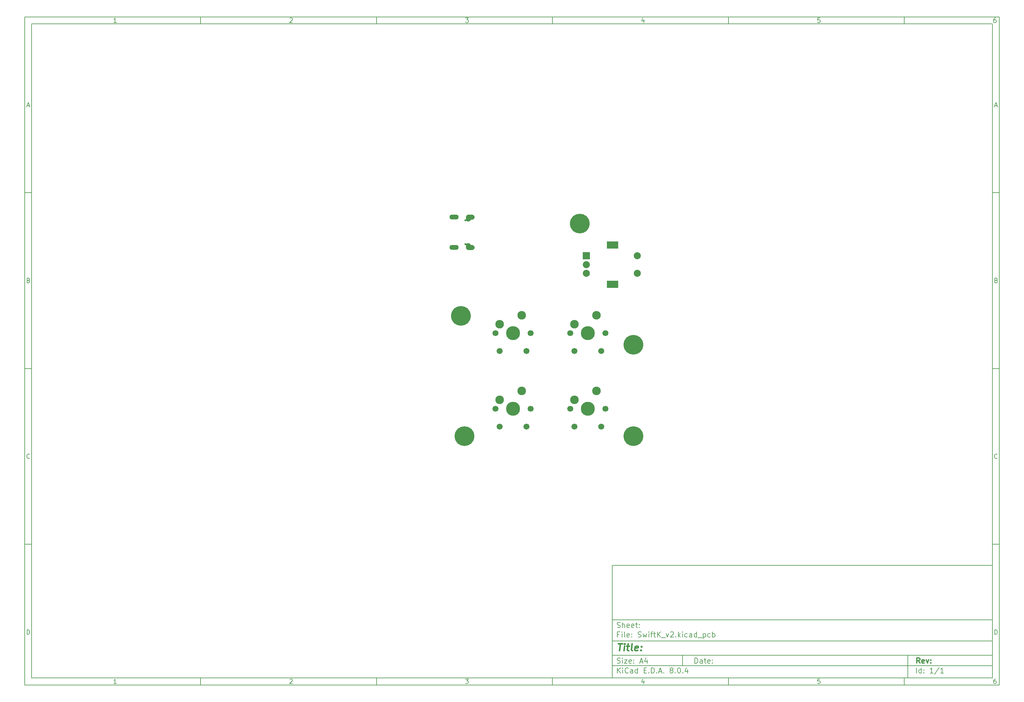
<source format=gbr>
%TF.GenerationSoftware,KiCad,Pcbnew,8.0.4*%
%TF.CreationDate,2024-11-11T17:23:57+08:00*%
%TF.ProjectId,SwiftK_v2,53776966-744b-45f7-9632-2e6b69636164,rev?*%
%TF.SameCoordinates,Original*%
%TF.FileFunction,Soldermask,Bot*%
%TF.FilePolarity,Negative*%
%FSLAX46Y46*%
G04 Gerber Fmt 4.6, Leading zero omitted, Abs format (unit mm)*
G04 Created by KiCad (PCBNEW 8.0.4) date 2024-11-11 17:23:57*
%MOMM*%
%LPD*%
G01*
G04 APERTURE LIST*
%ADD10C,0.100000*%
%ADD11C,0.150000*%
%ADD12C,0.300000*%
%ADD13C,0.400000*%
%ADD14C,0.010000*%
%ADD15C,1.700000*%
%ADD16C,3.987800*%
%ADD17C,1.712000*%
%ADD18C,2.454000*%
%ADD19C,5.600000*%
%ADD20R,2.000000X2.000000*%
%ADD21C,2.000000*%
%ADD22R,3.200000X2.000000*%
%ADD23C,0.550000*%
%ADD24O,2.644000X1.344000*%
G04 APERTURE END LIST*
D10*
D11*
X177002200Y-166007200D02*
X285002200Y-166007200D01*
X285002200Y-198007200D01*
X177002200Y-198007200D01*
X177002200Y-166007200D01*
D10*
D11*
X10000000Y-10000000D02*
X287002200Y-10000000D01*
X287002200Y-200007200D01*
X10000000Y-200007200D01*
X10000000Y-10000000D01*
D10*
D11*
X12000000Y-12000000D02*
X285002200Y-12000000D01*
X285002200Y-198007200D01*
X12000000Y-198007200D01*
X12000000Y-12000000D01*
D10*
D11*
X60000000Y-12000000D02*
X60000000Y-10000000D01*
D10*
D11*
X110000000Y-12000000D02*
X110000000Y-10000000D01*
D10*
D11*
X160000000Y-12000000D02*
X160000000Y-10000000D01*
D10*
D11*
X210000000Y-12000000D02*
X210000000Y-10000000D01*
D10*
D11*
X260000000Y-12000000D02*
X260000000Y-10000000D01*
D10*
D11*
X36089160Y-11593604D02*
X35346303Y-11593604D01*
X35717731Y-11593604D02*
X35717731Y-10293604D01*
X35717731Y-10293604D02*
X35593922Y-10479319D01*
X35593922Y-10479319D02*
X35470112Y-10603128D01*
X35470112Y-10603128D02*
X35346303Y-10665033D01*
D10*
D11*
X85346303Y-10417414D02*
X85408207Y-10355509D01*
X85408207Y-10355509D02*
X85532017Y-10293604D01*
X85532017Y-10293604D02*
X85841541Y-10293604D01*
X85841541Y-10293604D02*
X85965350Y-10355509D01*
X85965350Y-10355509D02*
X86027255Y-10417414D01*
X86027255Y-10417414D02*
X86089160Y-10541223D01*
X86089160Y-10541223D02*
X86089160Y-10665033D01*
X86089160Y-10665033D02*
X86027255Y-10850747D01*
X86027255Y-10850747D02*
X85284398Y-11593604D01*
X85284398Y-11593604D02*
X86089160Y-11593604D01*
D10*
D11*
X135284398Y-10293604D02*
X136089160Y-10293604D01*
X136089160Y-10293604D02*
X135655826Y-10788842D01*
X135655826Y-10788842D02*
X135841541Y-10788842D01*
X135841541Y-10788842D02*
X135965350Y-10850747D01*
X135965350Y-10850747D02*
X136027255Y-10912652D01*
X136027255Y-10912652D02*
X136089160Y-11036461D01*
X136089160Y-11036461D02*
X136089160Y-11345985D01*
X136089160Y-11345985D02*
X136027255Y-11469795D01*
X136027255Y-11469795D02*
X135965350Y-11531700D01*
X135965350Y-11531700D02*
X135841541Y-11593604D01*
X135841541Y-11593604D02*
X135470112Y-11593604D01*
X135470112Y-11593604D02*
X135346303Y-11531700D01*
X135346303Y-11531700D02*
X135284398Y-11469795D01*
D10*
D11*
X185965350Y-10726938D02*
X185965350Y-11593604D01*
X185655826Y-10231700D02*
X185346303Y-11160271D01*
X185346303Y-11160271D02*
X186151064Y-11160271D01*
D10*
D11*
X236027255Y-10293604D02*
X235408207Y-10293604D01*
X235408207Y-10293604D02*
X235346303Y-10912652D01*
X235346303Y-10912652D02*
X235408207Y-10850747D01*
X235408207Y-10850747D02*
X235532017Y-10788842D01*
X235532017Y-10788842D02*
X235841541Y-10788842D01*
X235841541Y-10788842D02*
X235965350Y-10850747D01*
X235965350Y-10850747D02*
X236027255Y-10912652D01*
X236027255Y-10912652D02*
X236089160Y-11036461D01*
X236089160Y-11036461D02*
X236089160Y-11345985D01*
X236089160Y-11345985D02*
X236027255Y-11469795D01*
X236027255Y-11469795D02*
X235965350Y-11531700D01*
X235965350Y-11531700D02*
X235841541Y-11593604D01*
X235841541Y-11593604D02*
X235532017Y-11593604D01*
X235532017Y-11593604D02*
X235408207Y-11531700D01*
X235408207Y-11531700D02*
X235346303Y-11469795D01*
D10*
D11*
X285965350Y-10293604D02*
X285717731Y-10293604D01*
X285717731Y-10293604D02*
X285593922Y-10355509D01*
X285593922Y-10355509D02*
X285532017Y-10417414D01*
X285532017Y-10417414D02*
X285408207Y-10603128D01*
X285408207Y-10603128D02*
X285346303Y-10850747D01*
X285346303Y-10850747D02*
X285346303Y-11345985D01*
X285346303Y-11345985D02*
X285408207Y-11469795D01*
X285408207Y-11469795D02*
X285470112Y-11531700D01*
X285470112Y-11531700D02*
X285593922Y-11593604D01*
X285593922Y-11593604D02*
X285841541Y-11593604D01*
X285841541Y-11593604D02*
X285965350Y-11531700D01*
X285965350Y-11531700D02*
X286027255Y-11469795D01*
X286027255Y-11469795D02*
X286089160Y-11345985D01*
X286089160Y-11345985D02*
X286089160Y-11036461D01*
X286089160Y-11036461D02*
X286027255Y-10912652D01*
X286027255Y-10912652D02*
X285965350Y-10850747D01*
X285965350Y-10850747D02*
X285841541Y-10788842D01*
X285841541Y-10788842D02*
X285593922Y-10788842D01*
X285593922Y-10788842D02*
X285470112Y-10850747D01*
X285470112Y-10850747D02*
X285408207Y-10912652D01*
X285408207Y-10912652D02*
X285346303Y-11036461D01*
D10*
D11*
X60000000Y-198007200D02*
X60000000Y-200007200D01*
D10*
D11*
X110000000Y-198007200D02*
X110000000Y-200007200D01*
D10*
D11*
X160000000Y-198007200D02*
X160000000Y-200007200D01*
D10*
D11*
X210000000Y-198007200D02*
X210000000Y-200007200D01*
D10*
D11*
X260000000Y-198007200D02*
X260000000Y-200007200D01*
D10*
D11*
X36089160Y-199600804D02*
X35346303Y-199600804D01*
X35717731Y-199600804D02*
X35717731Y-198300804D01*
X35717731Y-198300804D02*
X35593922Y-198486519D01*
X35593922Y-198486519D02*
X35470112Y-198610328D01*
X35470112Y-198610328D02*
X35346303Y-198672233D01*
D10*
D11*
X85346303Y-198424614D02*
X85408207Y-198362709D01*
X85408207Y-198362709D02*
X85532017Y-198300804D01*
X85532017Y-198300804D02*
X85841541Y-198300804D01*
X85841541Y-198300804D02*
X85965350Y-198362709D01*
X85965350Y-198362709D02*
X86027255Y-198424614D01*
X86027255Y-198424614D02*
X86089160Y-198548423D01*
X86089160Y-198548423D02*
X86089160Y-198672233D01*
X86089160Y-198672233D02*
X86027255Y-198857947D01*
X86027255Y-198857947D02*
X85284398Y-199600804D01*
X85284398Y-199600804D02*
X86089160Y-199600804D01*
D10*
D11*
X135284398Y-198300804D02*
X136089160Y-198300804D01*
X136089160Y-198300804D02*
X135655826Y-198796042D01*
X135655826Y-198796042D02*
X135841541Y-198796042D01*
X135841541Y-198796042D02*
X135965350Y-198857947D01*
X135965350Y-198857947D02*
X136027255Y-198919852D01*
X136027255Y-198919852D02*
X136089160Y-199043661D01*
X136089160Y-199043661D02*
X136089160Y-199353185D01*
X136089160Y-199353185D02*
X136027255Y-199476995D01*
X136027255Y-199476995D02*
X135965350Y-199538900D01*
X135965350Y-199538900D02*
X135841541Y-199600804D01*
X135841541Y-199600804D02*
X135470112Y-199600804D01*
X135470112Y-199600804D02*
X135346303Y-199538900D01*
X135346303Y-199538900D02*
X135284398Y-199476995D01*
D10*
D11*
X185965350Y-198734138D02*
X185965350Y-199600804D01*
X185655826Y-198238900D02*
X185346303Y-199167471D01*
X185346303Y-199167471D02*
X186151064Y-199167471D01*
D10*
D11*
X236027255Y-198300804D02*
X235408207Y-198300804D01*
X235408207Y-198300804D02*
X235346303Y-198919852D01*
X235346303Y-198919852D02*
X235408207Y-198857947D01*
X235408207Y-198857947D02*
X235532017Y-198796042D01*
X235532017Y-198796042D02*
X235841541Y-198796042D01*
X235841541Y-198796042D02*
X235965350Y-198857947D01*
X235965350Y-198857947D02*
X236027255Y-198919852D01*
X236027255Y-198919852D02*
X236089160Y-199043661D01*
X236089160Y-199043661D02*
X236089160Y-199353185D01*
X236089160Y-199353185D02*
X236027255Y-199476995D01*
X236027255Y-199476995D02*
X235965350Y-199538900D01*
X235965350Y-199538900D02*
X235841541Y-199600804D01*
X235841541Y-199600804D02*
X235532017Y-199600804D01*
X235532017Y-199600804D02*
X235408207Y-199538900D01*
X235408207Y-199538900D02*
X235346303Y-199476995D01*
D10*
D11*
X285965350Y-198300804D02*
X285717731Y-198300804D01*
X285717731Y-198300804D02*
X285593922Y-198362709D01*
X285593922Y-198362709D02*
X285532017Y-198424614D01*
X285532017Y-198424614D02*
X285408207Y-198610328D01*
X285408207Y-198610328D02*
X285346303Y-198857947D01*
X285346303Y-198857947D02*
X285346303Y-199353185D01*
X285346303Y-199353185D02*
X285408207Y-199476995D01*
X285408207Y-199476995D02*
X285470112Y-199538900D01*
X285470112Y-199538900D02*
X285593922Y-199600804D01*
X285593922Y-199600804D02*
X285841541Y-199600804D01*
X285841541Y-199600804D02*
X285965350Y-199538900D01*
X285965350Y-199538900D02*
X286027255Y-199476995D01*
X286027255Y-199476995D02*
X286089160Y-199353185D01*
X286089160Y-199353185D02*
X286089160Y-199043661D01*
X286089160Y-199043661D02*
X286027255Y-198919852D01*
X286027255Y-198919852D02*
X285965350Y-198857947D01*
X285965350Y-198857947D02*
X285841541Y-198796042D01*
X285841541Y-198796042D02*
X285593922Y-198796042D01*
X285593922Y-198796042D02*
X285470112Y-198857947D01*
X285470112Y-198857947D02*
X285408207Y-198919852D01*
X285408207Y-198919852D02*
X285346303Y-199043661D01*
D10*
D11*
X10000000Y-60000000D02*
X12000000Y-60000000D01*
D10*
D11*
X10000000Y-110000000D02*
X12000000Y-110000000D01*
D10*
D11*
X10000000Y-160000000D02*
X12000000Y-160000000D01*
D10*
D11*
X10690476Y-35222176D02*
X11309523Y-35222176D01*
X10566666Y-35593604D02*
X10999999Y-34293604D01*
X10999999Y-34293604D02*
X11433333Y-35593604D01*
D10*
D11*
X11092857Y-84912652D02*
X11278571Y-84974557D01*
X11278571Y-84974557D02*
X11340476Y-85036461D01*
X11340476Y-85036461D02*
X11402380Y-85160271D01*
X11402380Y-85160271D02*
X11402380Y-85345985D01*
X11402380Y-85345985D02*
X11340476Y-85469795D01*
X11340476Y-85469795D02*
X11278571Y-85531700D01*
X11278571Y-85531700D02*
X11154761Y-85593604D01*
X11154761Y-85593604D02*
X10659523Y-85593604D01*
X10659523Y-85593604D02*
X10659523Y-84293604D01*
X10659523Y-84293604D02*
X11092857Y-84293604D01*
X11092857Y-84293604D02*
X11216666Y-84355509D01*
X11216666Y-84355509D02*
X11278571Y-84417414D01*
X11278571Y-84417414D02*
X11340476Y-84541223D01*
X11340476Y-84541223D02*
X11340476Y-84665033D01*
X11340476Y-84665033D02*
X11278571Y-84788842D01*
X11278571Y-84788842D02*
X11216666Y-84850747D01*
X11216666Y-84850747D02*
X11092857Y-84912652D01*
X11092857Y-84912652D02*
X10659523Y-84912652D01*
D10*
D11*
X11402380Y-135469795D02*
X11340476Y-135531700D01*
X11340476Y-135531700D02*
X11154761Y-135593604D01*
X11154761Y-135593604D02*
X11030952Y-135593604D01*
X11030952Y-135593604D02*
X10845238Y-135531700D01*
X10845238Y-135531700D02*
X10721428Y-135407890D01*
X10721428Y-135407890D02*
X10659523Y-135284080D01*
X10659523Y-135284080D02*
X10597619Y-135036461D01*
X10597619Y-135036461D02*
X10597619Y-134850747D01*
X10597619Y-134850747D02*
X10659523Y-134603128D01*
X10659523Y-134603128D02*
X10721428Y-134479319D01*
X10721428Y-134479319D02*
X10845238Y-134355509D01*
X10845238Y-134355509D02*
X11030952Y-134293604D01*
X11030952Y-134293604D02*
X11154761Y-134293604D01*
X11154761Y-134293604D02*
X11340476Y-134355509D01*
X11340476Y-134355509D02*
X11402380Y-134417414D01*
D10*
D11*
X10659523Y-185593604D02*
X10659523Y-184293604D01*
X10659523Y-184293604D02*
X10969047Y-184293604D01*
X10969047Y-184293604D02*
X11154761Y-184355509D01*
X11154761Y-184355509D02*
X11278571Y-184479319D01*
X11278571Y-184479319D02*
X11340476Y-184603128D01*
X11340476Y-184603128D02*
X11402380Y-184850747D01*
X11402380Y-184850747D02*
X11402380Y-185036461D01*
X11402380Y-185036461D02*
X11340476Y-185284080D01*
X11340476Y-185284080D02*
X11278571Y-185407890D01*
X11278571Y-185407890D02*
X11154761Y-185531700D01*
X11154761Y-185531700D02*
X10969047Y-185593604D01*
X10969047Y-185593604D02*
X10659523Y-185593604D01*
D10*
D11*
X287002200Y-60000000D02*
X285002200Y-60000000D01*
D10*
D11*
X287002200Y-110000000D02*
X285002200Y-110000000D01*
D10*
D11*
X287002200Y-160000000D02*
X285002200Y-160000000D01*
D10*
D11*
X285692676Y-35222176D02*
X286311723Y-35222176D01*
X285568866Y-35593604D02*
X286002199Y-34293604D01*
X286002199Y-34293604D02*
X286435533Y-35593604D01*
D10*
D11*
X286095057Y-84912652D02*
X286280771Y-84974557D01*
X286280771Y-84974557D02*
X286342676Y-85036461D01*
X286342676Y-85036461D02*
X286404580Y-85160271D01*
X286404580Y-85160271D02*
X286404580Y-85345985D01*
X286404580Y-85345985D02*
X286342676Y-85469795D01*
X286342676Y-85469795D02*
X286280771Y-85531700D01*
X286280771Y-85531700D02*
X286156961Y-85593604D01*
X286156961Y-85593604D02*
X285661723Y-85593604D01*
X285661723Y-85593604D02*
X285661723Y-84293604D01*
X285661723Y-84293604D02*
X286095057Y-84293604D01*
X286095057Y-84293604D02*
X286218866Y-84355509D01*
X286218866Y-84355509D02*
X286280771Y-84417414D01*
X286280771Y-84417414D02*
X286342676Y-84541223D01*
X286342676Y-84541223D02*
X286342676Y-84665033D01*
X286342676Y-84665033D02*
X286280771Y-84788842D01*
X286280771Y-84788842D02*
X286218866Y-84850747D01*
X286218866Y-84850747D02*
X286095057Y-84912652D01*
X286095057Y-84912652D02*
X285661723Y-84912652D01*
D10*
D11*
X286404580Y-135469795D02*
X286342676Y-135531700D01*
X286342676Y-135531700D02*
X286156961Y-135593604D01*
X286156961Y-135593604D02*
X286033152Y-135593604D01*
X286033152Y-135593604D02*
X285847438Y-135531700D01*
X285847438Y-135531700D02*
X285723628Y-135407890D01*
X285723628Y-135407890D02*
X285661723Y-135284080D01*
X285661723Y-135284080D02*
X285599819Y-135036461D01*
X285599819Y-135036461D02*
X285599819Y-134850747D01*
X285599819Y-134850747D02*
X285661723Y-134603128D01*
X285661723Y-134603128D02*
X285723628Y-134479319D01*
X285723628Y-134479319D02*
X285847438Y-134355509D01*
X285847438Y-134355509D02*
X286033152Y-134293604D01*
X286033152Y-134293604D02*
X286156961Y-134293604D01*
X286156961Y-134293604D02*
X286342676Y-134355509D01*
X286342676Y-134355509D02*
X286404580Y-134417414D01*
D10*
D11*
X285661723Y-185593604D02*
X285661723Y-184293604D01*
X285661723Y-184293604D02*
X285971247Y-184293604D01*
X285971247Y-184293604D02*
X286156961Y-184355509D01*
X286156961Y-184355509D02*
X286280771Y-184479319D01*
X286280771Y-184479319D02*
X286342676Y-184603128D01*
X286342676Y-184603128D02*
X286404580Y-184850747D01*
X286404580Y-184850747D02*
X286404580Y-185036461D01*
X286404580Y-185036461D02*
X286342676Y-185284080D01*
X286342676Y-185284080D02*
X286280771Y-185407890D01*
X286280771Y-185407890D02*
X286156961Y-185531700D01*
X286156961Y-185531700D02*
X285971247Y-185593604D01*
X285971247Y-185593604D02*
X285661723Y-185593604D01*
D10*
D11*
X200458026Y-193793328D02*
X200458026Y-192293328D01*
X200458026Y-192293328D02*
X200815169Y-192293328D01*
X200815169Y-192293328D02*
X201029455Y-192364757D01*
X201029455Y-192364757D02*
X201172312Y-192507614D01*
X201172312Y-192507614D02*
X201243741Y-192650471D01*
X201243741Y-192650471D02*
X201315169Y-192936185D01*
X201315169Y-192936185D02*
X201315169Y-193150471D01*
X201315169Y-193150471D02*
X201243741Y-193436185D01*
X201243741Y-193436185D02*
X201172312Y-193579042D01*
X201172312Y-193579042D02*
X201029455Y-193721900D01*
X201029455Y-193721900D02*
X200815169Y-193793328D01*
X200815169Y-193793328D02*
X200458026Y-193793328D01*
X202600884Y-193793328D02*
X202600884Y-193007614D01*
X202600884Y-193007614D02*
X202529455Y-192864757D01*
X202529455Y-192864757D02*
X202386598Y-192793328D01*
X202386598Y-192793328D02*
X202100884Y-192793328D01*
X202100884Y-192793328D02*
X201958026Y-192864757D01*
X202600884Y-193721900D02*
X202458026Y-193793328D01*
X202458026Y-193793328D02*
X202100884Y-193793328D01*
X202100884Y-193793328D02*
X201958026Y-193721900D01*
X201958026Y-193721900D02*
X201886598Y-193579042D01*
X201886598Y-193579042D02*
X201886598Y-193436185D01*
X201886598Y-193436185D02*
X201958026Y-193293328D01*
X201958026Y-193293328D02*
X202100884Y-193221900D01*
X202100884Y-193221900D02*
X202458026Y-193221900D01*
X202458026Y-193221900D02*
X202600884Y-193150471D01*
X203100884Y-192793328D02*
X203672312Y-192793328D01*
X203315169Y-192293328D02*
X203315169Y-193579042D01*
X203315169Y-193579042D02*
X203386598Y-193721900D01*
X203386598Y-193721900D02*
X203529455Y-193793328D01*
X203529455Y-193793328D02*
X203672312Y-193793328D01*
X204743741Y-193721900D02*
X204600884Y-193793328D01*
X204600884Y-193793328D02*
X204315170Y-193793328D01*
X204315170Y-193793328D02*
X204172312Y-193721900D01*
X204172312Y-193721900D02*
X204100884Y-193579042D01*
X204100884Y-193579042D02*
X204100884Y-193007614D01*
X204100884Y-193007614D02*
X204172312Y-192864757D01*
X204172312Y-192864757D02*
X204315170Y-192793328D01*
X204315170Y-192793328D02*
X204600884Y-192793328D01*
X204600884Y-192793328D02*
X204743741Y-192864757D01*
X204743741Y-192864757D02*
X204815170Y-193007614D01*
X204815170Y-193007614D02*
X204815170Y-193150471D01*
X204815170Y-193150471D02*
X204100884Y-193293328D01*
X205458026Y-193650471D02*
X205529455Y-193721900D01*
X205529455Y-193721900D02*
X205458026Y-193793328D01*
X205458026Y-193793328D02*
X205386598Y-193721900D01*
X205386598Y-193721900D02*
X205458026Y-193650471D01*
X205458026Y-193650471D02*
X205458026Y-193793328D01*
X205458026Y-192864757D02*
X205529455Y-192936185D01*
X205529455Y-192936185D02*
X205458026Y-193007614D01*
X205458026Y-193007614D02*
X205386598Y-192936185D01*
X205386598Y-192936185D02*
X205458026Y-192864757D01*
X205458026Y-192864757D02*
X205458026Y-193007614D01*
D10*
D11*
X177002200Y-194507200D02*
X285002200Y-194507200D01*
D10*
D11*
X178458026Y-196593328D02*
X178458026Y-195093328D01*
X179315169Y-196593328D02*
X178672312Y-195736185D01*
X179315169Y-195093328D02*
X178458026Y-195950471D01*
X179958026Y-196593328D02*
X179958026Y-195593328D01*
X179958026Y-195093328D02*
X179886598Y-195164757D01*
X179886598Y-195164757D02*
X179958026Y-195236185D01*
X179958026Y-195236185D02*
X180029455Y-195164757D01*
X180029455Y-195164757D02*
X179958026Y-195093328D01*
X179958026Y-195093328D02*
X179958026Y-195236185D01*
X181529455Y-196450471D02*
X181458027Y-196521900D01*
X181458027Y-196521900D02*
X181243741Y-196593328D01*
X181243741Y-196593328D02*
X181100884Y-196593328D01*
X181100884Y-196593328D02*
X180886598Y-196521900D01*
X180886598Y-196521900D02*
X180743741Y-196379042D01*
X180743741Y-196379042D02*
X180672312Y-196236185D01*
X180672312Y-196236185D02*
X180600884Y-195950471D01*
X180600884Y-195950471D02*
X180600884Y-195736185D01*
X180600884Y-195736185D02*
X180672312Y-195450471D01*
X180672312Y-195450471D02*
X180743741Y-195307614D01*
X180743741Y-195307614D02*
X180886598Y-195164757D01*
X180886598Y-195164757D02*
X181100884Y-195093328D01*
X181100884Y-195093328D02*
X181243741Y-195093328D01*
X181243741Y-195093328D02*
X181458027Y-195164757D01*
X181458027Y-195164757D02*
X181529455Y-195236185D01*
X182815170Y-196593328D02*
X182815170Y-195807614D01*
X182815170Y-195807614D02*
X182743741Y-195664757D01*
X182743741Y-195664757D02*
X182600884Y-195593328D01*
X182600884Y-195593328D02*
X182315170Y-195593328D01*
X182315170Y-195593328D02*
X182172312Y-195664757D01*
X182815170Y-196521900D02*
X182672312Y-196593328D01*
X182672312Y-196593328D02*
X182315170Y-196593328D01*
X182315170Y-196593328D02*
X182172312Y-196521900D01*
X182172312Y-196521900D02*
X182100884Y-196379042D01*
X182100884Y-196379042D02*
X182100884Y-196236185D01*
X182100884Y-196236185D02*
X182172312Y-196093328D01*
X182172312Y-196093328D02*
X182315170Y-196021900D01*
X182315170Y-196021900D02*
X182672312Y-196021900D01*
X182672312Y-196021900D02*
X182815170Y-195950471D01*
X184172313Y-196593328D02*
X184172313Y-195093328D01*
X184172313Y-196521900D02*
X184029455Y-196593328D01*
X184029455Y-196593328D02*
X183743741Y-196593328D01*
X183743741Y-196593328D02*
X183600884Y-196521900D01*
X183600884Y-196521900D02*
X183529455Y-196450471D01*
X183529455Y-196450471D02*
X183458027Y-196307614D01*
X183458027Y-196307614D02*
X183458027Y-195879042D01*
X183458027Y-195879042D02*
X183529455Y-195736185D01*
X183529455Y-195736185D02*
X183600884Y-195664757D01*
X183600884Y-195664757D02*
X183743741Y-195593328D01*
X183743741Y-195593328D02*
X184029455Y-195593328D01*
X184029455Y-195593328D02*
X184172313Y-195664757D01*
X186029455Y-195807614D02*
X186529455Y-195807614D01*
X186743741Y-196593328D02*
X186029455Y-196593328D01*
X186029455Y-196593328D02*
X186029455Y-195093328D01*
X186029455Y-195093328D02*
X186743741Y-195093328D01*
X187386598Y-196450471D02*
X187458027Y-196521900D01*
X187458027Y-196521900D02*
X187386598Y-196593328D01*
X187386598Y-196593328D02*
X187315170Y-196521900D01*
X187315170Y-196521900D02*
X187386598Y-196450471D01*
X187386598Y-196450471D02*
X187386598Y-196593328D01*
X188100884Y-196593328D02*
X188100884Y-195093328D01*
X188100884Y-195093328D02*
X188458027Y-195093328D01*
X188458027Y-195093328D02*
X188672313Y-195164757D01*
X188672313Y-195164757D02*
X188815170Y-195307614D01*
X188815170Y-195307614D02*
X188886599Y-195450471D01*
X188886599Y-195450471D02*
X188958027Y-195736185D01*
X188958027Y-195736185D02*
X188958027Y-195950471D01*
X188958027Y-195950471D02*
X188886599Y-196236185D01*
X188886599Y-196236185D02*
X188815170Y-196379042D01*
X188815170Y-196379042D02*
X188672313Y-196521900D01*
X188672313Y-196521900D02*
X188458027Y-196593328D01*
X188458027Y-196593328D02*
X188100884Y-196593328D01*
X189600884Y-196450471D02*
X189672313Y-196521900D01*
X189672313Y-196521900D02*
X189600884Y-196593328D01*
X189600884Y-196593328D02*
X189529456Y-196521900D01*
X189529456Y-196521900D02*
X189600884Y-196450471D01*
X189600884Y-196450471D02*
X189600884Y-196593328D01*
X190243742Y-196164757D02*
X190958028Y-196164757D01*
X190100885Y-196593328D02*
X190600885Y-195093328D01*
X190600885Y-195093328D02*
X191100885Y-196593328D01*
X191600884Y-196450471D02*
X191672313Y-196521900D01*
X191672313Y-196521900D02*
X191600884Y-196593328D01*
X191600884Y-196593328D02*
X191529456Y-196521900D01*
X191529456Y-196521900D02*
X191600884Y-196450471D01*
X191600884Y-196450471D02*
X191600884Y-196593328D01*
X193672313Y-195736185D02*
X193529456Y-195664757D01*
X193529456Y-195664757D02*
X193458027Y-195593328D01*
X193458027Y-195593328D02*
X193386599Y-195450471D01*
X193386599Y-195450471D02*
X193386599Y-195379042D01*
X193386599Y-195379042D02*
X193458027Y-195236185D01*
X193458027Y-195236185D02*
X193529456Y-195164757D01*
X193529456Y-195164757D02*
X193672313Y-195093328D01*
X193672313Y-195093328D02*
X193958027Y-195093328D01*
X193958027Y-195093328D02*
X194100885Y-195164757D01*
X194100885Y-195164757D02*
X194172313Y-195236185D01*
X194172313Y-195236185D02*
X194243742Y-195379042D01*
X194243742Y-195379042D02*
X194243742Y-195450471D01*
X194243742Y-195450471D02*
X194172313Y-195593328D01*
X194172313Y-195593328D02*
X194100885Y-195664757D01*
X194100885Y-195664757D02*
X193958027Y-195736185D01*
X193958027Y-195736185D02*
X193672313Y-195736185D01*
X193672313Y-195736185D02*
X193529456Y-195807614D01*
X193529456Y-195807614D02*
X193458027Y-195879042D01*
X193458027Y-195879042D02*
X193386599Y-196021900D01*
X193386599Y-196021900D02*
X193386599Y-196307614D01*
X193386599Y-196307614D02*
X193458027Y-196450471D01*
X193458027Y-196450471D02*
X193529456Y-196521900D01*
X193529456Y-196521900D02*
X193672313Y-196593328D01*
X193672313Y-196593328D02*
X193958027Y-196593328D01*
X193958027Y-196593328D02*
X194100885Y-196521900D01*
X194100885Y-196521900D02*
X194172313Y-196450471D01*
X194172313Y-196450471D02*
X194243742Y-196307614D01*
X194243742Y-196307614D02*
X194243742Y-196021900D01*
X194243742Y-196021900D02*
X194172313Y-195879042D01*
X194172313Y-195879042D02*
X194100885Y-195807614D01*
X194100885Y-195807614D02*
X193958027Y-195736185D01*
X194886598Y-196450471D02*
X194958027Y-196521900D01*
X194958027Y-196521900D02*
X194886598Y-196593328D01*
X194886598Y-196593328D02*
X194815170Y-196521900D01*
X194815170Y-196521900D02*
X194886598Y-196450471D01*
X194886598Y-196450471D02*
X194886598Y-196593328D01*
X195886599Y-195093328D02*
X196029456Y-195093328D01*
X196029456Y-195093328D02*
X196172313Y-195164757D01*
X196172313Y-195164757D02*
X196243742Y-195236185D01*
X196243742Y-195236185D02*
X196315170Y-195379042D01*
X196315170Y-195379042D02*
X196386599Y-195664757D01*
X196386599Y-195664757D02*
X196386599Y-196021900D01*
X196386599Y-196021900D02*
X196315170Y-196307614D01*
X196315170Y-196307614D02*
X196243742Y-196450471D01*
X196243742Y-196450471D02*
X196172313Y-196521900D01*
X196172313Y-196521900D02*
X196029456Y-196593328D01*
X196029456Y-196593328D02*
X195886599Y-196593328D01*
X195886599Y-196593328D02*
X195743742Y-196521900D01*
X195743742Y-196521900D02*
X195672313Y-196450471D01*
X195672313Y-196450471D02*
X195600884Y-196307614D01*
X195600884Y-196307614D02*
X195529456Y-196021900D01*
X195529456Y-196021900D02*
X195529456Y-195664757D01*
X195529456Y-195664757D02*
X195600884Y-195379042D01*
X195600884Y-195379042D02*
X195672313Y-195236185D01*
X195672313Y-195236185D02*
X195743742Y-195164757D01*
X195743742Y-195164757D02*
X195886599Y-195093328D01*
X197029455Y-196450471D02*
X197100884Y-196521900D01*
X197100884Y-196521900D02*
X197029455Y-196593328D01*
X197029455Y-196593328D02*
X196958027Y-196521900D01*
X196958027Y-196521900D02*
X197029455Y-196450471D01*
X197029455Y-196450471D02*
X197029455Y-196593328D01*
X198386599Y-195593328D02*
X198386599Y-196593328D01*
X198029456Y-195021900D02*
X197672313Y-196093328D01*
X197672313Y-196093328D02*
X198600884Y-196093328D01*
D10*
D11*
X177002200Y-191507200D02*
X285002200Y-191507200D01*
D10*
D12*
X264413853Y-193785528D02*
X263913853Y-193071242D01*
X263556710Y-193785528D02*
X263556710Y-192285528D01*
X263556710Y-192285528D02*
X264128139Y-192285528D01*
X264128139Y-192285528D02*
X264270996Y-192356957D01*
X264270996Y-192356957D02*
X264342425Y-192428385D01*
X264342425Y-192428385D02*
X264413853Y-192571242D01*
X264413853Y-192571242D02*
X264413853Y-192785528D01*
X264413853Y-192785528D02*
X264342425Y-192928385D01*
X264342425Y-192928385D02*
X264270996Y-192999814D01*
X264270996Y-192999814D02*
X264128139Y-193071242D01*
X264128139Y-193071242D02*
X263556710Y-193071242D01*
X265628139Y-193714100D02*
X265485282Y-193785528D01*
X265485282Y-193785528D02*
X265199568Y-193785528D01*
X265199568Y-193785528D02*
X265056710Y-193714100D01*
X265056710Y-193714100D02*
X264985282Y-193571242D01*
X264985282Y-193571242D02*
X264985282Y-192999814D01*
X264985282Y-192999814D02*
X265056710Y-192856957D01*
X265056710Y-192856957D02*
X265199568Y-192785528D01*
X265199568Y-192785528D02*
X265485282Y-192785528D01*
X265485282Y-192785528D02*
X265628139Y-192856957D01*
X265628139Y-192856957D02*
X265699568Y-192999814D01*
X265699568Y-192999814D02*
X265699568Y-193142671D01*
X265699568Y-193142671D02*
X264985282Y-193285528D01*
X266199567Y-192785528D02*
X266556710Y-193785528D01*
X266556710Y-193785528D02*
X266913853Y-192785528D01*
X267485281Y-193642671D02*
X267556710Y-193714100D01*
X267556710Y-193714100D02*
X267485281Y-193785528D01*
X267485281Y-193785528D02*
X267413853Y-193714100D01*
X267413853Y-193714100D02*
X267485281Y-193642671D01*
X267485281Y-193642671D02*
X267485281Y-193785528D01*
X267485281Y-192856957D02*
X267556710Y-192928385D01*
X267556710Y-192928385D02*
X267485281Y-192999814D01*
X267485281Y-192999814D02*
X267413853Y-192928385D01*
X267413853Y-192928385D02*
X267485281Y-192856957D01*
X267485281Y-192856957D02*
X267485281Y-192999814D01*
D10*
D11*
X178386598Y-193721900D02*
X178600884Y-193793328D01*
X178600884Y-193793328D02*
X178958026Y-193793328D01*
X178958026Y-193793328D02*
X179100884Y-193721900D01*
X179100884Y-193721900D02*
X179172312Y-193650471D01*
X179172312Y-193650471D02*
X179243741Y-193507614D01*
X179243741Y-193507614D02*
X179243741Y-193364757D01*
X179243741Y-193364757D02*
X179172312Y-193221900D01*
X179172312Y-193221900D02*
X179100884Y-193150471D01*
X179100884Y-193150471D02*
X178958026Y-193079042D01*
X178958026Y-193079042D02*
X178672312Y-193007614D01*
X178672312Y-193007614D02*
X178529455Y-192936185D01*
X178529455Y-192936185D02*
X178458026Y-192864757D01*
X178458026Y-192864757D02*
X178386598Y-192721900D01*
X178386598Y-192721900D02*
X178386598Y-192579042D01*
X178386598Y-192579042D02*
X178458026Y-192436185D01*
X178458026Y-192436185D02*
X178529455Y-192364757D01*
X178529455Y-192364757D02*
X178672312Y-192293328D01*
X178672312Y-192293328D02*
X179029455Y-192293328D01*
X179029455Y-192293328D02*
X179243741Y-192364757D01*
X179886597Y-193793328D02*
X179886597Y-192793328D01*
X179886597Y-192293328D02*
X179815169Y-192364757D01*
X179815169Y-192364757D02*
X179886597Y-192436185D01*
X179886597Y-192436185D02*
X179958026Y-192364757D01*
X179958026Y-192364757D02*
X179886597Y-192293328D01*
X179886597Y-192293328D02*
X179886597Y-192436185D01*
X180458026Y-192793328D02*
X181243741Y-192793328D01*
X181243741Y-192793328D02*
X180458026Y-193793328D01*
X180458026Y-193793328D02*
X181243741Y-193793328D01*
X182386598Y-193721900D02*
X182243741Y-193793328D01*
X182243741Y-193793328D02*
X181958027Y-193793328D01*
X181958027Y-193793328D02*
X181815169Y-193721900D01*
X181815169Y-193721900D02*
X181743741Y-193579042D01*
X181743741Y-193579042D02*
X181743741Y-193007614D01*
X181743741Y-193007614D02*
X181815169Y-192864757D01*
X181815169Y-192864757D02*
X181958027Y-192793328D01*
X181958027Y-192793328D02*
X182243741Y-192793328D01*
X182243741Y-192793328D02*
X182386598Y-192864757D01*
X182386598Y-192864757D02*
X182458027Y-193007614D01*
X182458027Y-193007614D02*
X182458027Y-193150471D01*
X182458027Y-193150471D02*
X181743741Y-193293328D01*
X183100883Y-193650471D02*
X183172312Y-193721900D01*
X183172312Y-193721900D02*
X183100883Y-193793328D01*
X183100883Y-193793328D02*
X183029455Y-193721900D01*
X183029455Y-193721900D02*
X183100883Y-193650471D01*
X183100883Y-193650471D02*
X183100883Y-193793328D01*
X183100883Y-192864757D02*
X183172312Y-192936185D01*
X183172312Y-192936185D02*
X183100883Y-193007614D01*
X183100883Y-193007614D02*
X183029455Y-192936185D01*
X183029455Y-192936185D02*
X183100883Y-192864757D01*
X183100883Y-192864757D02*
X183100883Y-193007614D01*
X184886598Y-193364757D02*
X185600884Y-193364757D01*
X184743741Y-193793328D02*
X185243741Y-192293328D01*
X185243741Y-192293328D02*
X185743741Y-193793328D01*
X186886598Y-192793328D02*
X186886598Y-193793328D01*
X186529455Y-192221900D02*
X186172312Y-193293328D01*
X186172312Y-193293328D02*
X187100883Y-193293328D01*
D10*
D11*
X263458026Y-196593328D02*
X263458026Y-195093328D01*
X264815170Y-196593328D02*
X264815170Y-195093328D01*
X264815170Y-196521900D02*
X264672312Y-196593328D01*
X264672312Y-196593328D02*
X264386598Y-196593328D01*
X264386598Y-196593328D02*
X264243741Y-196521900D01*
X264243741Y-196521900D02*
X264172312Y-196450471D01*
X264172312Y-196450471D02*
X264100884Y-196307614D01*
X264100884Y-196307614D02*
X264100884Y-195879042D01*
X264100884Y-195879042D02*
X264172312Y-195736185D01*
X264172312Y-195736185D02*
X264243741Y-195664757D01*
X264243741Y-195664757D02*
X264386598Y-195593328D01*
X264386598Y-195593328D02*
X264672312Y-195593328D01*
X264672312Y-195593328D02*
X264815170Y-195664757D01*
X265529455Y-196450471D02*
X265600884Y-196521900D01*
X265600884Y-196521900D02*
X265529455Y-196593328D01*
X265529455Y-196593328D02*
X265458027Y-196521900D01*
X265458027Y-196521900D02*
X265529455Y-196450471D01*
X265529455Y-196450471D02*
X265529455Y-196593328D01*
X265529455Y-195664757D02*
X265600884Y-195736185D01*
X265600884Y-195736185D02*
X265529455Y-195807614D01*
X265529455Y-195807614D02*
X265458027Y-195736185D01*
X265458027Y-195736185D02*
X265529455Y-195664757D01*
X265529455Y-195664757D02*
X265529455Y-195807614D01*
X268172313Y-196593328D02*
X267315170Y-196593328D01*
X267743741Y-196593328D02*
X267743741Y-195093328D01*
X267743741Y-195093328D02*
X267600884Y-195307614D01*
X267600884Y-195307614D02*
X267458027Y-195450471D01*
X267458027Y-195450471D02*
X267315170Y-195521900D01*
X269886598Y-195021900D02*
X268600884Y-196950471D01*
X271172313Y-196593328D02*
X270315170Y-196593328D01*
X270743741Y-196593328D02*
X270743741Y-195093328D01*
X270743741Y-195093328D02*
X270600884Y-195307614D01*
X270600884Y-195307614D02*
X270458027Y-195450471D01*
X270458027Y-195450471D02*
X270315170Y-195521900D01*
D10*
D11*
X177002200Y-187507200D02*
X285002200Y-187507200D01*
D10*
D13*
X178693928Y-188211638D02*
X179836785Y-188211638D01*
X179015357Y-190211638D02*
X179265357Y-188211638D01*
X180253452Y-190211638D02*
X180420119Y-188878304D01*
X180503452Y-188211638D02*
X180396309Y-188306876D01*
X180396309Y-188306876D02*
X180479643Y-188402114D01*
X180479643Y-188402114D02*
X180586786Y-188306876D01*
X180586786Y-188306876D02*
X180503452Y-188211638D01*
X180503452Y-188211638D02*
X180479643Y-188402114D01*
X181086786Y-188878304D02*
X181848690Y-188878304D01*
X181455833Y-188211638D02*
X181241548Y-189925923D01*
X181241548Y-189925923D02*
X181312976Y-190116400D01*
X181312976Y-190116400D02*
X181491548Y-190211638D01*
X181491548Y-190211638D02*
X181682024Y-190211638D01*
X182634405Y-190211638D02*
X182455833Y-190116400D01*
X182455833Y-190116400D02*
X182384405Y-189925923D01*
X182384405Y-189925923D02*
X182598690Y-188211638D01*
X184170119Y-190116400D02*
X183967738Y-190211638D01*
X183967738Y-190211638D02*
X183586785Y-190211638D01*
X183586785Y-190211638D02*
X183408214Y-190116400D01*
X183408214Y-190116400D02*
X183336785Y-189925923D01*
X183336785Y-189925923D02*
X183432024Y-189164019D01*
X183432024Y-189164019D02*
X183551071Y-188973542D01*
X183551071Y-188973542D02*
X183753452Y-188878304D01*
X183753452Y-188878304D02*
X184134404Y-188878304D01*
X184134404Y-188878304D02*
X184312976Y-188973542D01*
X184312976Y-188973542D02*
X184384404Y-189164019D01*
X184384404Y-189164019D02*
X184360595Y-189354495D01*
X184360595Y-189354495D02*
X183384404Y-189544971D01*
X185134405Y-190021161D02*
X185217738Y-190116400D01*
X185217738Y-190116400D02*
X185110595Y-190211638D01*
X185110595Y-190211638D02*
X185027262Y-190116400D01*
X185027262Y-190116400D02*
X185134405Y-190021161D01*
X185134405Y-190021161D02*
X185110595Y-190211638D01*
X185265357Y-188973542D02*
X185348690Y-189068780D01*
X185348690Y-189068780D02*
X185241548Y-189164019D01*
X185241548Y-189164019D02*
X185158214Y-189068780D01*
X185158214Y-189068780D02*
X185265357Y-188973542D01*
X185265357Y-188973542D02*
X185241548Y-189164019D01*
D10*
D11*
X178958026Y-185607614D02*
X178458026Y-185607614D01*
X178458026Y-186393328D02*
X178458026Y-184893328D01*
X178458026Y-184893328D02*
X179172312Y-184893328D01*
X179743740Y-186393328D02*
X179743740Y-185393328D01*
X179743740Y-184893328D02*
X179672312Y-184964757D01*
X179672312Y-184964757D02*
X179743740Y-185036185D01*
X179743740Y-185036185D02*
X179815169Y-184964757D01*
X179815169Y-184964757D02*
X179743740Y-184893328D01*
X179743740Y-184893328D02*
X179743740Y-185036185D01*
X180672312Y-186393328D02*
X180529455Y-186321900D01*
X180529455Y-186321900D02*
X180458026Y-186179042D01*
X180458026Y-186179042D02*
X180458026Y-184893328D01*
X181815169Y-186321900D02*
X181672312Y-186393328D01*
X181672312Y-186393328D02*
X181386598Y-186393328D01*
X181386598Y-186393328D02*
X181243740Y-186321900D01*
X181243740Y-186321900D02*
X181172312Y-186179042D01*
X181172312Y-186179042D02*
X181172312Y-185607614D01*
X181172312Y-185607614D02*
X181243740Y-185464757D01*
X181243740Y-185464757D02*
X181386598Y-185393328D01*
X181386598Y-185393328D02*
X181672312Y-185393328D01*
X181672312Y-185393328D02*
X181815169Y-185464757D01*
X181815169Y-185464757D02*
X181886598Y-185607614D01*
X181886598Y-185607614D02*
X181886598Y-185750471D01*
X181886598Y-185750471D02*
X181172312Y-185893328D01*
X182529454Y-186250471D02*
X182600883Y-186321900D01*
X182600883Y-186321900D02*
X182529454Y-186393328D01*
X182529454Y-186393328D02*
X182458026Y-186321900D01*
X182458026Y-186321900D02*
X182529454Y-186250471D01*
X182529454Y-186250471D02*
X182529454Y-186393328D01*
X182529454Y-185464757D02*
X182600883Y-185536185D01*
X182600883Y-185536185D02*
X182529454Y-185607614D01*
X182529454Y-185607614D02*
X182458026Y-185536185D01*
X182458026Y-185536185D02*
X182529454Y-185464757D01*
X182529454Y-185464757D02*
X182529454Y-185607614D01*
X184315169Y-186321900D02*
X184529455Y-186393328D01*
X184529455Y-186393328D02*
X184886597Y-186393328D01*
X184886597Y-186393328D02*
X185029455Y-186321900D01*
X185029455Y-186321900D02*
X185100883Y-186250471D01*
X185100883Y-186250471D02*
X185172312Y-186107614D01*
X185172312Y-186107614D02*
X185172312Y-185964757D01*
X185172312Y-185964757D02*
X185100883Y-185821900D01*
X185100883Y-185821900D02*
X185029455Y-185750471D01*
X185029455Y-185750471D02*
X184886597Y-185679042D01*
X184886597Y-185679042D02*
X184600883Y-185607614D01*
X184600883Y-185607614D02*
X184458026Y-185536185D01*
X184458026Y-185536185D02*
X184386597Y-185464757D01*
X184386597Y-185464757D02*
X184315169Y-185321900D01*
X184315169Y-185321900D02*
X184315169Y-185179042D01*
X184315169Y-185179042D02*
X184386597Y-185036185D01*
X184386597Y-185036185D02*
X184458026Y-184964757D01*
X184458026Y-184964757D02*
X184600883Y-184893328D01*
X184600883Y-184893328D02*
X184958026Y-184893328D01*
X184958026Y-184893328D02*
X185172312Y-184964757D01*
X185672311Y-185393328D02*
X185958026Y-186393328D01*
X185958026Y-186393328D02*
X186243740Y-185679042D01*
X186243740Y-185679042D02*
X186529454Y-186393328D01*
X186529454Y-186393328D02*
X186815168Y-185393328D01*
X187386597Y-186393328D02*
X187386597Y-185393328D01*
X187386597Y-184893328D02*
X187315169Y-184964757D01*
X187315169Y-184964757D02*
X187386597Y-185036185D01*
X187386597Y-185036185D02*
X187458026Y-184964757D01*
X187458026Y-184964757D02*
X187386597Y-184893328D01*
X187386597Y-184893328D02*
X187386597Y-185036185D01*
X187886598Y-185393328D02*
X188458026Y-185393328D01*
X188100883Y-186393328D02*
X188100883Y-185107614D01*
X188100883Y-185107614D02*
X188172312Y-184964757D01*
X188172312Y-184964757D02*
X188315169Y-184893328D01*
X188315169Y-184893328D02*
X188458026Y-184893328D01*
X188743741Y-185393328D02*
X189315169Y-185393328D01*
X188958026Y-184893328D02*
X188958026Y-186179042D01*
X188958026Y-186179042D02*
X189029455Y-186321900D01*
X189029455Y-186321900D02*
X189172312Y-186393328D01*
X189172312Y-186393328D02*
X189315169Y-186393328D01*
X189815169Y-186393328D02*
X189815169Y-184893328D01*
X190672312Y-186393328D02*
X190029455Y-185536185D01*
X190672312Y-184893328D02*
X189815169Y-185750471D01*
X190958027Y-186536185D02*
X192100884Y-186536185D01*
X192315169Y-185393328D02*
X192672312Y-186393328D01*
X192672312Y-186393328D02*
X193029455Y-185393328D01*
X193529455Y-185036185D02*
X193600883Y-184964757D01*
X193600883Y-184964757D02*
X193743741Y-184893328D01*
X193743741Y-184893328D02*
X194100883Y-184893328D01*
X194100883Y-184893328D02*
X194243741Y-184964757D01*
X194243741Y-184964757D02*
X194315169Y-185036185D01*
X194315169Y-185036185D02*
X194386598Y-185179042D01*
X194386598Y-185179042D02*
X194386598Y-185321900D01*
X194386598Y-185321900D02*
X194315169Y-185536185D01*
X194315169Y-185536185D02*
X193458026Y-186393328D01*
X193458026Y-186393328D02*
X194386598Y-186393328D01*
X195029454Y-186250471D02*
X195100883Y-186321900D01*
X195100883Y-186321900D02*
X195029454Y-186393328D01*
X195029454Y-186393328D02*
X194958026Y-186321900D01*
X194958026Y-186321900D02*
X195029454Y-186250471D01*
X195029454Y-186250471D02*
X195029454Y-186393328D01*
X195743740Y-186393328D02*
X195743740Y-184893328D01*
X195886598Y-185821900D02*
X196315169Y-186393328D01*
X196315169Y-185393328D02*
X195743740Y-185964757D01*
X196958026Y-186393328D02*
X196958026Y-185393328D01*
X196958026Y-184893328D02*
X196886598Y-184964757D01*
X196886598Y-184964757D02*
X196958026Y-185036185D01*
X196958026Y-185036185D02*
X197029455Y-184964757D01*
X197029455Y-184964757D02*
X196958026Y-184893328D01*
X196958026Y-184893328D02*
X196958026Y-185036185D01*
X198315170Y-186321900D02*
X198172312Y-186393328D01*
X198172312Y-186393328D02*
X197886598Y-186393328D01*
X197886598Y-186393328D02*
X197743741Y-186321900D01*
X197743741Y-186321900D02*
X197672312Y-186250471D01*
X197672312Y-186250471D02*
X197600884Y-186107614D01*
X197600884Y-186107614D02*
X197600884Y-185679042D01*
X197600884Y-185679042D02*
X197672312Y-185536185D01*
X197672312Y-185536185D02*
X197743741Y-185464757D01*
X197743741Y-185464757D02*
X197886598Y-185393328D01*
X197886598Y-185393328D02*
X198172312Y-185393328D01*
X198172312Y-185393328D02*
X198315170Y-185464757D01*
X199600884Y-186393328D02*
X199600884Y-185607614D01*
X199600884Y-185607614D02*
X199529455Y-185464757D01*
X199529455Y-185464757D02*
X199386598Y-185393328D01*
X199386598Y-185393328D02*
X199100884Y-185393328D01*
X199100884Y-185393328D02*
X198958026Y-185464757D01*
X199600884Y-186321900D02*
X199458026Y-186393328D01*
X199458026Y-186393328D02*
X199100884Y-186393328D01*
X199100884Y-186393328D02*
X198958026Y-186321900D01*
X198958026Y-186321900D02*
X198886598Y-186179042D01*
X198886598Y-186179042D02*
X198886598Y-186036185D01*
X198886598Y-186036185D02*
X198958026Y-185893328D01*
X198958026Y-185893328D02*
X199100884Y-185821900D01*
X199100884Y-185821900D02*
X199458026Y-185821900D01*
X199458026Y-185821900D02*
X199600884Y-185750471D01*
X200958027Y-186393328D02*
X200958027Y-184893328D01*
X200958027Y-186321900D02*
X200815169Y-186393328D01*
X200815169Y-186393328D02*
X200529455Y-186393328D01*
X200529455Y-186393328D02*
X200386598Y-186321900D01*
X200386598Y-186321900D02*
X200315169Y-186250471D01*
X200315169Y-186250471D02*
X200243741Y-186107614D01*
X200243741Y-186107614D02*
X200243741Y-185679042D01*
X200243741Y-185679042D02*
X200315169Y-185536185D01*
X200315169Y-185536185D02*
X200386598Y-185464757D01*
X200386598Y-185464757D02*
X200529455Y-185393328D01*
X200529455Y-185393328D02*
X200815169Y-185393328D01*
X200815169Y-185393328D02*
X200958027Y-185464757D01*
X201315170Y-186536185D02*
X202458027Y-186536185D01*
X202815169Y-185393328D02*
X202815169Y-186893328D01*
X202815169Y-185464757D02*
X202958027Y-185393328D01*
X202958027Y-185393328D02*
X203243741Y-185393328D01*
X203243741Y-185393328D02*
X203386598Y-185464757D01*
X203386598Y-185464757D02*
X203458027Y-185536185D01*
X203458027Y-185536185D02*
X203529455Y-185679042D01*
X203529455Y-185679042D02*
X203529455Y-186107614D01*
X203529455Y-186107614D02*
X203458027Y-186250471D01*
X203458027Y-186250471D02*
X203386598Y-186321900D01*
X203386598Y-186321900D02*
X203243741Y-186393328D01*
X203243741Y-186393328D02*
X202958027Y-186393328D01*
X202958027Y-186393328D02*
X202815169Y-186321900D01*
X204815170Y-186321900D02*
X204672312Y-186393328D01*
X204672312Y-186393328D02*
X204386598Y-186393328D01*
X204386598Y-186393328D02*
X204243741Y-186321900D01*
X204243741Y-186321900D02*
X204172312Y-186250471D01*
X204172312Y-186250471D02*
X204100884Y-186107614D01*
X204100884Y-186107614D02*
X204100884Y-185679042D01*
X204100884Y-185679042D02*
X204172312Y-185536185D01*
X204172312Y-185536185D02*
X204243741Y-185464757D01*
X204243741Y-185464757D02*
X204386598Y-185393328D01*
X204386598Y-185393328D02*
X204672312Y-185393328D01*
X204672312Y-185393328D02*
X204815170Y-185464757D01*
X205458026Y-186393328D02*
X205458026Y-184893328D01*
X205458026Y-185464757D02*
X205600884Y-185393328D01*
X205600884Y-185393328D02*
X205886598Y-185393328D01*
X205886598Y-185393328D02*
X206029455Y-185464757D01*
X206029455Y-185464757D02*
X206100884Y-185536185D01*
X206100884Y-185536185D02*
X206172312Y-185679042D01*
X206172312Y-185679042D02*
X206172312Y-186107614D01*
X206172312Y-186107614D02*
X206100884Y-186250471D01*
X206100884Y-186250471D02*
X206029455Y-186321900D01*
X206029455Y-186321900D02*
X205886598Y-186393328D01*
X205886598Y-186393328D02*
X205600884Y-186393328D01*
X205600884Y-186393328D02*
X205458026Y-186321900D01*
D10*
D11*
X177002200Y-181507200D02*
X285002200Y-181507200D01*
D10*
D11*
X178386598Y-183621900D02*
X178600884Y-183693328D01*
X178600884Y-183693328D02*
X178958026Y-183693328D01*
X178958026Y-183693328D02*
X179100884Y-183621900D01*
X179100884Y-183621900D02*
X179172312Y-183550471D01*
X179172312Y-183550471D02*
X179243741Y-183407614D01*
X179243741Y-183407614D02*
X179243741Y-183264757D01*
X179243741Y-183264757D02*
X179172312Y-183121900D01*
X179172312Y-183121900D02*
X179100884Y-183050471D01*
X179100884Y-183050471D02*
X178958026Y-182979042D01*
X178958026Y-182979042D02*
X178672312Y-182907614D01*
X178672312Y-182907614D02*
X178529455Y-182836185D01*
X178529455Y-182836185D02*
X178458026Y-182764757D01*
X178458026Y-182764757D02*
X178386598Y-182621900D01*
X178386598Y-182621900D02*
X178386598Y-182479042D01*
X178386598Y-182479042D02*
X178458026Y-182336185D01*
X178458026Y-182336185D02*
X178529455Y-182264757D01*
X178529455Y-182264757D02*
X178672312Y-182193328D01*
X178672312Y-182193328D02*
X179029455Y-182193328D01*
X179029455Y-182193328D02*
X179243741Y-182264757D01*
X179886597Y-183693328D02*
X179886597Y-182193328D01*
X180529455Y-183693328D02*
X180529455Y-182907614D01*
X180529455Y-182907614D02*
X180458026Y-182764757D01*
X180458026Y-182764757D02*
X180315169Y-182693328D01*
X180315169Y-182693328D02*
X180100883Y-182693328D01*
X180100883Y-182693328D02*
X179958026Y-182764757D01*
X179958026Y-182764757D02*
X179886597Y-182836185D01*
X181815169Y-183621900D02*
X181672312Y-183693328D01*
X181672312Y-183693328D02*
X181386598Y-183693328D01*
X181386598Y-183693328D02*
X181243740Y-183621900D01*
X181243740Y-183621900D02*
X181172312Y-183479042D01*
X181172312Y-183479042D02*
X181172312Y-182907614D01*
X181172312Y-182907614D02*
X181243740Y-182764757D01*
X181243740Y-182764757D02*
X181386598Y-182693328D01*
X181386598Y-182693328D02*
X181672312Y-182693328D01*
X181672312Y-182693328D02*
X181815169Y-182764757D01*
X181815169Y-182764757D02*
X181886598Y-182907614D01*
X181886598Y-182907614D02*
X181886598Y-183050471D01*
X181886598Y-183050471D02*
X181172312Y-183193328D01*
X183100883Y-183621900D02*
X182958026Y-183693328D01*
X182958026Y-183693328D02*
X182672312Y-183693328D01*
X182672312Y-183693328D02*
X182529454Y-183621900D01*
X182529454Y-183621900D02*
X182458026Y-183479042D01*
X182458026Y-183479042D02*
X182458026Y-182907614D01*
X182458026Y-182907614D02*
X182529454Y-182764757D01*
X182529454Y-182764757D02*
X182672312Y-182693328D01*
X182672312Y-182693328D02*
X182958026Y-182693328D01*
X182958026Y-182693328D02*
X183100883Y-182764757D01*
X183100883Y-182764757D02*
X183172312Y-182907614D01*
X183172312Y-182907614D02*
X183172312Y-183050471D01*
X183172312Y-183050471D02*
X182458026Y-183193328D01*
X183600883Y-182693328D02*
X184172311Y-182693328D01*
X183815168Y-182193328D02*
X183815168Y-183479042D01*
X183815168Y-183479042D02*
X183886597Y-183621900D01*
X183886597Y-183621900D02*
X184029454Y-183693328D01*
X184029454Y-183693328D02*
X184172311Y-183693328D01*
X184672311Y-183550471D02*
X184743740Y-183621900D01*
X184743740Y-183621900D02*
X184672311Y-183693328D01*
X184672311Y-183693328D02*
X184600883Y-183621900D01*
X184600883Y-183621900D02*
X184672311Y-183550471D01*
X184672311Y-183550471D02*
X184672311Y-183693328D01*
X184672311Y-182764757D02*
X184743740Y-182836185D01*
X184743740Y-182836185D02*
X184672311Y-182907614D01*
X184672311Y-182907614D02*
X184600883Y-182836185D01*
X184600883Y-182836185D02*
X184672311Y-182764757D01*
X184672311Y-182764757D02*
X184672311Y-182907614D01*
D10*
D11*
X197002200Y-191507200D02*
X197002200Y-194507200D01*
D10*
D11*
X261002200Y-191507200D02*
X261002200Y-198007200D01*
D14*
%TO.C,J2*%
X137130000Y-66241000D02*
X137165000Y-66244000D01*
X137200000Y-66248000D01*
X137234000Y-66255000D01*
X137268000Y-66263000D01*
X137302000Y-66273000D01*
X137335000Y-66285000D01*
X137368000Y-66298000D01*
X137399000Y-66313000D01*
X137430000Y-66330000D01*
X137460000Y-66348000D01*
X137489000Y-66368000D01*
X137517000Y-66389000D01*
X137543000Y-66412000D01*
X137569000Y-66436000D01*
X137593000Y-66462000D01*
X137616000Y-66488000D01*
X137637000Y-66516000D01*
X137657000Y-66545000D01*
X137675000Y-66575000D01*
X137692000Y-66606000D01*
X137707000Y-66637000D01*
X137720000Y-66670000D01*
X137732000Y-66703000D01*
X137742000Y-66737000D01*
X137750000Y-66771000D01*
X137757000Y-66805000D01*
X137761000Y-66840000D01*
X137764000Y-66875000D01*
X137765000Y-66910000D01*
X137764000Y-66945000D01*
X137761000Y-66980000D01*
X137757000Y-67015000D01*
X137750000Y-67049000D01*
X137742000Y-67083000D01*
X137732000Y-67117000D01*
X137720000Y-67150000D01*
X137707000Y-67183000D01*
X137692000Y-67214000D01*
X137675000Y-67245000D01*
X137657000Y-67275000D01*
X137637000Y-67304000D01*
X137616000Y-67332000D01*
X137593000Y-67358000D01*
X137569000Y-67384000D01*
X137543000Y-67408000D01*
X137517000Y-67431000D01*
X137489000Y-67452000D01*
X137460000Y-67472000D01*
X137430000Y-67490000D01*
X137399000Y-67507000D01*
X137368000Y-67522000D01*
X137335000Y-67535000D01*
X137302000Y-67547000D01*
X137268000Y-67557000D01*
X137234000Y-67565000D01*
X137200000Y-67572000D01*
X137165000Y-67576000D01*
X137130000Y-67579000D01*
X137095000Y-67580000D01*
X136670000Y-67580000D01*
X136669000Y-67605000D01*
X136667000Y-67630000D01*
X136664000Y-67655000D01*
X136660000Y-67679000D01*
X136654000Y-67704000D01*
X136647000Y-67728000D01*
X136638000Y-67751000D01*
X136629000Y-67774000D01*
X136618000Y-67797000D01*
X136606000Y-67819000D01*
X136593000Y-67840000D01*
X136579000Y-67861000D01*
X136564000Y-67881000D01*
X136547000Y-67900000D01*
X136530000Y-67918000D01*
X136512000Y-67935000D01*
X136493000Y-67951000D01*
X136473000Y-67966000D01*
X136453000Y-67980000D01*
X136431000Y-67994000D01*
X136409000Y-68005000D01*
X136387000Y-68016000D01*
X136364000Y-68026000D01*
X136340000Y-68034000D01*
X136316000Y-68041000D01*
X136292000Y-68047000D01*
X136267000Y-68052000D01*
X136242000Y-68055000D01*
X136217000Y-68057000D01*
X136192000Y-68058000D01*
X135875000Y-68058000D01*
X135848000Y-68056000D01*
X135824000Y-68053000D01*
X135800000Y-68049000D01*
X135777000Y-68044000D01*
X135753000Y-68037000D01*
X135730000Y-68030000D01*
X135707000Y-68021000D01*
X135685000Y-68011000D01*
X135664000Y-68000000D01*
X135643000Y-67987000D01*
X135623000Y-67974000D01*
X135603000Y-67959000D01*
X135584000Y-67944000D01*
X135566000Y-67927000D01*
X135549000Y-67910000D01*
X135533000Y-67892000D01*
X135518000Y-67873000D01*
X135504000Y-67853000D01*
X135491000Y-67833000D01*
X135479000Y-67812000D01*
X135468000Y-67790000D01*
X135459000Y-67768000D01*
X135450000Y-67745000D01*
X135443000Y-67722000D01*
X135437000Y-67698000D01*
X135432000Y-67674000D01*
X135428000Y-67650000D01*
X135426000Y-67626000D01*
X135425000Y-67602000D01*
X135425000Y-67580000D01*
X135425000Y-66910000D01*
X135426000Y-66875000D01*
X135429000Y-66840000D01*
X135433000Y-66805000D01*
X135440000Y-66771000D01*
X135448000Y-66737000D01*
X135458000Y-66703000D01*
X135470000Y-66670000D01*
X135483000Y-66637000D01*
X135498000Y-66606000D01*
X135515000Y-66575000D01*
X135533000Y-66545000D01*
X135553000Y-66516000D01*
X135574000Y-66488000D01*
X135597000Y-66462000D01*
X135621000Y-66436000D01*
X135647000Y-66412000D01*
X135673000Y-66389000D01*
X135701000Y-66368000D01*
X135730000Y-66348000D01*
X135760000Y-66330000D01*
X135791000Y-66313000D01*
X135822000Y-66298000D01*
X135855000Y-66285000D01*
X135888000Y-66273000D01*
X135922000Y-66263000D01*
X135956000Y-66255000D01*
X135990000Y-66248000D01*
X136025000Y-66244000D01*
X136060000Y-66241000D01*
X136095000Y-66240000D01*
X137095000Y-66240000D01*
X137130000Y-66241000D01*
G36*
X137130000Y-66241000D02*
G01*
X137165000Y-66244000D01*
X137200000Y-66248000D01*
X137234000Y-66255000D01*
X137268000Y-66263000D01*
X137302000Y-66273000D01*
X137335000Y-66285000D01*
X137368000Y-66298000D01*
X137399000Y-66313000D01*
X137430000Y-66330000D01*
X137460000Y-66348000D01*
X137489000Y-66368000D01*
X137517000Y-66389000D01*
X137543000Y-66412000D01*
X137569000Y-66436000D01*
X137593000Y-66462000D01*
X137616000Y-66488000D01*
X137637000Y-66516000D01*
X137657000Y-66545000D01*
X137675000Y-66575000D01*
X137692000Y-66606000D01*
X137707000Y-66637000D01*
X137720000Y-66670000D01*
X137732000Y-66703000D01*
X137742000Y-66737000D01*
X137750000Y-66771000D01*
X137757000Y-66805000D01*
X137761000Y-66840000D01*
X137764000Y-66875000D01*
X137765000Y-66910000D01*
X137764000Y-66945000D01*
X137761000Y-66980000D01*
X137757000Y-67015000D01*
X137750000Y-67049000D01*
X137742000Y-67083000D01*
X137732000Y-67117000D01*
X137720000Y-67150000D01*
X137707000Y-67183000D01*
X137692000Y-67214000D01*
X137675000Y-67245000D01*
X137657000Y-67275000D01*
X137637000Y-67304000D01*
X137616000Y-67332000D01*
X137593000Y-67358000D01*
X137569000Y-67384000D01*
X137543000Y-67408000D01*
X137517000Y-67431000D01*
X137489000Y-67452000D01*
X137460000Y-67472000D01*
X137430000Y-67490000D01*
X137399000Y-67507000D01*
X137368000Y-67522000D01*
X137335000Y-67535000D01*
X137302000Y-67547000D01*
X137268000Y-67557000D01*
X137234000Y-67565000D01*
X137200000Y-67572000D01*
X137165000Y-67576000D01*
X137130000Y-67579000D01*
X137095000Y-67580000D01*
X136670000Y-67580000D01*
X136669000Y-67605000D01*
X136667000Y-67630000D01*
X136664000Y-67655000D01*
X136660000Y-67679000D01*
X136654000Y-67704000D01*
X136647000Y-67728000D01*
X136638000Y-67751000D01*
X136629000Y-67774000D01*
X136618000Y-67797000D01*
X136606000Y-67819000D01*
X136593000Y-67840000D01*
X136579000Y-67861000D01*
X136564000Y-67881000D01*
X136547000Y-67900000D01*
X136530000Y-67918000D01*
X136512000Y-67935000D01*
X136493000Y-67951000D01*
X136473000Y-67966000D01*
X136453000Y-67980000D01*
X136431000Y-67994000D01*
X136409000Y-68005000D01*
X136387000Y-68016000D01*
X136364000Y-68026000D01*
X136340000Y-68034000D01*
X136316000Y-68041000D01*
X136292000Y-68047000D01*
X136267000Y-68052000D01*
X136242000Y-68055000D01*
X136217000Y-68057000D01*
X136192000Y-68058000D01*
X135875000Y-68058000D01*
X135848000Y-68056000D01*
X135824000Y-68053000D01*
X135800000Y-68049000D01*
X135777000Y-68044000D01*
X135753000Y-68037000D01*
X135730000Y-68030000D01*
X135707000Y-68021000D01*
X135685000Y-68011000D01*
X135664000Y-68000000D01*
X135643000Y-67987000D01*
X135623000Y-67974000D01*
X135603000Y-67959000D01*
X135584000Y-67944000D01*
X135566000Y-67927000D01*
X135549000Y-67910000D01*
X135533000Y-67892000D01*
X135518000Y-67873000D01*
X135504000Y-67853000D01*
X135491000Y-67833000D01*
X135479000Y-67812000D01*
X135468000Y-67790000D01*
X135459000Y-67768000D01*
X135450000Y-67745000D01*
X135443000Y-67722000D01*
X135437000Y-67698000D01*
X135432000Y-67674000D01*
X135428000Y-67650000D01*
X135426000Y-67626000D01*
X135425000Y-67602000D01*
X135425000Y-67580000D01*
X135425000Y-66910000D01*
X135426000Y-66875000D01*
X135429000Y-66840000D01*
X135433000Y-66805000D01*
X135440000Y-66771000D01*
X135448000Y-66737000D01*
X135458000Y-66703000D01*
X135470000Y-66670000D01*
X135483000Y-66637000D01*
X135498000Y-66606000D01*
X135515000Y-66575000D01*
X135533000Y-66545000D01*
X135553000Y-66516000D01*
X135574000Y-66488000D01*
X135597000Y-66462000D01*
X135621000Y-66436000D01*
X135647000Y-66412000D01*
X135673000Y-66389000D01*
X135701000Y-66368000D01*
X135730000Y-66348000D01*
X135760000Y-66330000D01*
X135791000Y-66313000D01*
X135822000Y-66298000D01*
X135855000Y-66285000D01*
X135888000Y-66273000D01*
X135922000Y-66263000D01*
X135956000Y-66255000D01*
X135990000Y-66248000D01*
X136025000Y-66244000D01*
X136060000Y-66241000D01*
X136095000Y-66240000D01*
X137095000Y-66240000D01*
X137130000Y-66241000D01*
G37*
X136217000Y-74403000D02*
X136242000Y-74405000D01*
X136267000Y-74408000D01*
X136292000Y-74413000D01*
X136316000Y-74419000D01*
X136340000Y-74426000D01*
X136364000Y-74434000D01*
X136387000Y-74444000D01*
X136409000Y-74455000D01*
X136431000Y-74466000D01*
X136453000Y-74480000D01*
X136473000Y-74494000D01*
X136493000Y-74509000D01*
X136512000Y-74525000D01*
X136530000Y-74542000D01*
X136547000Y-74560000D01*
X136564000Y-74579000D01*
X136579000Y-74599000D01*
X136593000Y-74620000D01*
X136606000Y-74641000D01*
X136618000Y-74663000D01*
X136629000Y-74686000D01*
X136638000Y-74709000D01*
X136647000Y-74732000D01*
X136654000Y-74756000D01*
X136660000Y-74781000D01*
X136664000Y-74805000D01*
X136667000Y-74830000D01*
X136669000Y-74855000D01*
X136670000Y-74880000D01*
X137095000Y-74880000D01*
X137130000Y-74881000D01*
X137165000Y-74884000D01*
X137200000Y-74888000D01*
X137234000Y-74895000D01*
X137268000Y-74903000D01*
X137302000Y-74913000D01*
X137335000Y-74925000D01*
X137368000Y-74938000D01*
X137399000Y-74953000D01*
X137430000Y-74970000D01*
X137460000Y-74988000D01*
X137489000Y-75008000D01*
X137517000Y-75029000D01*
X137543000Y-75052000D01*
X137569000Y-75076000D01*
X137593000Y-75102000D01*
X137616000Y-75128000D01*
X137637000Y-75156000D01*
X137657000Y-75185000D01*
X137675000Y-75215000D01*
X137692000Y-75246000D01*
X137707000Y-75277000D01*
X137720000Y-75310000D01*
X137732000Y-75343000D01*
X137742000Y-75377000D01*
X137750000Y-75411000D01*
X137757000Y-75445000D01*
X137761000Y-75480000D01*
X137764000Y-75515000D01*
X137765000Y-75550000D01*
X137764000Y-75585000D01*
X137761000Y-75620000D01*
X137757000Y-75655000D01*
X137750000Y-75689000D01*
X137742000Y-75723000D01*
X137732000Y-75757000D01*
X137720000Y-75790000D01*
X137707000Y-75823000D01*
X137692000Y-75854000D01*
X137675000Y-75885000D01*
X137657000Y-75915000D01*
X137637000Y-75944000D01*
X137616000Y-75972000D01*
X137593000Y-75998000D01*
X137569000Y-76024000D01*
X137543000Y-76048000D01*
X137517000Y-76071000D01*
X137489000Y-76092000D01*
X137460000Y-76112000D01*
X137430000Y-76130000D01*
X137399000Y-76147000D01*
X137368000Y-76162000D01*
X137335000Y-76175000D01*
X137302000Y-76187000D01*
X137268000Y-76197000D01*
X137234000Y-76205000D01*
X137200000Y-76212000D01*
X137165000Y-76216000D01*
X137130000Y-76219000D01*
X137095000Y-76220000D01*
X136095000Y-76220000D01*
X136060000Y-76219000D01*
X136025000Y-76216000D01*
X135990000Y-76212000D01*
X135956000Y-76205000D01*
X135922000Y-76197000D01*
X135888000Y-76187000D01*
X135855000Y-76175000D01*
X135822000Y-76162000D01*
X135791000Y-76147000D01*
X135760000Y-76130000D01*
X135730000Y-76112000D01*
X135701000Y-76092000D01*
X135673000Y-76071000D01*
X135647000Y-76048000D01*
X135621000Y-76024000D01*
X135597000Y-75998000D01*
X135574000Y-75972000D01*
X135553000Y-75944000D01*
X135533000Y-75915000D01*
X135515000Y-75885000D01*
X135498000Y-75854000D01*
X135483000Y-75823000D01*
X135470000Y-75790000D01*
X135458000Y-75757000D01*
X135448000Y-75723000D01*
X135440000Y-75689000D01*
X135433000Y-75655000D01*
X135429000Y-75620000D01*
X135426000Y-75585000D01*
X135425000Y-75550000D01*
X135425000Y-74880000D01*
X135425000Y-74858000D01*
X135426000Y-74834000D01*
X135428000Y-74810000D01*
X135432000Y-74786000D01*
X135437000Y-74762000D01*
X135443000Y-74738000D01*
X135450000Y-74715000D01*
X135459000Y-74692000D01*
X135468000Y-74670000D01*
X135479000Y-74648000D01*
X135491000Y-74627000D01*
X135504000Y-74607000D01*
X135518000Y-74587000D01*
X135533000Y-74568000D01*
X135549000Y-74550000D01*
X135566000Y-74533000D01*
X135584000Y-74516000D01*
X135603000Y-74501000D01*
X135623000Y-74486000D01*
X135643000Y-74473000D01*
X135664000Y-74460000D01*
X135685000Y-74449000D01*
X135707000Y-74439000D01*
X135730000Y-74430000D01*
X135753000Y-74423000D01*
X135777000Y-74416000D01*
X135800000Y-74411000D01*
X135824000Y-74407000D01*
X135848000Y-74404000D01*
X135875000Y-74402000D01*
X136192000Y-74402000D01*
X136217000Y-74403000D01*
G36*
X136217000Y-74403000D02*
G01*
X136242000Y-74405000D01*
X136267000Y-74408000D01*
X136292000Y-74413000D01*
X136316000Y-74419000D01*
X136340000Y-74426000D01*
X136364000Y-74434000D01*
X136387000Y-74444000D01*
X136409000Y-74455000D01*
X136431000Y-74466000D01*
X136453000Y-74480000D01*
X136473000Y-74494000D01*
X136493000Y-74509000D01*
X136512000Y-74525000D01*
X136530000Y-74542000D01*
X136547000Y-74560000D01*
X136564000Y-74579000D01*
X136579000Y-74599000D01*
X136593000Y-74620000D01*
X136606000Y-74641000D01*
X136618000Y-74663000D01*
X136629000Y-74686000D01*
X136638000Y-74709000D01*
X136647000Y-74732000D01*
X136654000Y-74756000D01*
X136660000Y-74781000D01*
X136664000Y-74805000D01*
X136667000Y-74830000D01*
X136669000Y-74855000D01*
X136670000Y-74880000D01*
X137095000Y-74880000D01*
X137130000Y-74881000D01*
X137165000Y-74884000D01*
X137200000Y-74888000D01*
X137234000Y-74895000D01*
X137268000Y-74903000D01*
X137302000Y-74913000D01*
X137335000Y-74925000D01*
X137368000Y-74938000D01*
X137399000Y-74953000D01*
X137430000Y-74970000D01*
X137460000Y-74988000D01*
X137489000Y-75008000D01*
X137517000Y-75029000D01*
X137543000Y-75052000D01*
X137569000Y-75076000D01*
X137593000Y-75102000D01*
X137616000Y-75128000D01*
X137637000Y-75156000D01*
X137657000Y-75185000D01*
X137675000Y-75215000D01*
X137692000Y-75246000D01*
X137707000Y-75277000D01*
X137720000Y-75310000D01*
X137732000Y-75343000D01*
X137742000Y-75377000D01*
X137750000Y-75411000D01*
X137757000Y-75445000D01*
X137761000Y-75480000D01*
X137764000Y-75515000D01*
X137765000Y-75550000D01*
X137764000Y-75585000D01*
X137761000Y-75620000D01*
X137757000Y-75655000D01*
X137750000Y-75689000D01*
X137742000Y-75723000D01*
X137732000Y-75757000D01*
X137720000Y-75790000D01*
X137707000Y-75823000D01*
X137692000Y-75854000D01*
X137675000Y-75885000D01*
X137657000Y-75915000D01*
X137637000Y-75944000D01*
X137616000Y-75972000D01*
X137593000Y-75998000D01*
X137569000Y-76024000D01*
X137543000Y-76048000D01*
X137517000Y-76071000D01*
X137489000Y-76092000D01*
X137460000Y-76112000D01*
X137430000Y-76130000D01*
X137399000Y-76147000D01*
X137368000Y-76162000D01*
X137335000Y-76175000D01*
X137302000Y-76187000D01*
X137268000Y-76197000D01*
X137234000Y-76205000D01*
X137200000Y-76212000D01*
X137165000Y-76216000D01*
X137130000Y-76219000D01*
X137095000Y-76220000D01*
X136095000Y-76220000D01*
X136060000Y-76219000D01*
X136025000Y-76216000D01*
X135990000Y-76212000D01*
X135956000Y-76205000D01*
X135922000Y-76197000D01*
X135888000Y-76187000D01*
X135855000Y-76175000D01*
X135822000Y-76162000D01*
X135791000Y-76147000D01*
X135760000Y-76130000D01*
X135730000Y-76112000D01*
X135701000Y-76092000D01*
X135673000Y-76071000D01*
X135647000Y-76048000D01*
X135621000Y-76024000D01*
X135597000Y-75998000D01*
X135574000Y-75972000D01*
X135553000Y-75944000D01*
X135533000Y-75915000D01*
X135515000Y-75885000D01*
X135498000Y-75854000D01*
X135483000Y-75823000D01*
X135470000Y-75790000D01*
X135458000Y-75757000D01*
X135448000Y-75723000D01*
X135440000Y-75689000D01*
X135433000Y-75655000D01*
X135429000Y-75620000D01*
X135426000Y-75585000D01*
X135425000Y-75550000D01*
X135425000Y-74880000D01*
X135425000Y-74858000D01*
X135426000Y-74834000D01*
X135428000Y-74810000D01*
X135432000Y-74786000D01*
X135437000Y-74762000D01*
X135443000Y-74738000D01*
X135450000Y-74715000D01*
X135459000Y-74692000D01*
X135468000Y-74670000D01*
X135479000Y-74648000D01*
X135491000Y-74627000D01*
X135504000Y-74607000D01*
X135518000Y-74587000D01*
X135533000Y-74568000D01*
X135549000Y-74550000D01*
X135566000Y-74533000D01*
X135584000Y-74516000D01*
X135603000Y-74501000D01*
X135623000Y-74486000D01*
X135643000Y-74473000D01*
X135664000Y-74460000D01*
X135685000Y-74449000D01*
X135707000Y-74439000D01*
X135730000Y-74430000D01*
X135753000Y-74423000D01*
X135777000Y-74416000D01*
X135800000Y-74411000D01*
X135824000Y-74407000D01*
X135848000Y-74404000D01*
X135875000Y-74402000D01*
X136192000Y-74402000D01*
X136217000Y-74403000D01*
G37*
%TD*%
D15*
%TO.C,U3*%
X143775000Y-121480000D03*
D16*
X148775000Y-121480000D03*
D15*
X153775000Y-121480000D03*
D17*
X144965000Y-126560000D03*
X152585000Y-126560000D03*
D18*
X151285000Y-116400000D03*
X144965000Y-118940000D03*
%TD*%
D19*
%TO.C,H5*%
X183000000Y-129260000D03*
%TD*%
%TO.C,H4*%
X133940000Y-95000000D03*
%TD*%
%TO.C,H2*%
X183000000Y-103250000D03*
%TD*%
D15*
%TO.C,U2*%
X165025000Y-99940000D03*
D16*
X170025000Y-99940000D03*
D15*
X175025000Y-99940000D03*
D17*
X166215000Y-105020000D03*
X173835000Y-105020000D03*
D18*
X172535000Y-94860000D03*
X166215000Y-97400000D03*
%TD*%
D20*
%TO.C,SW1*%
X169600000Y-77950000D03*
D21*
X169600000Y-82950000D03*
X169600000Y-80450000D03*
D22*
X177100000Y-74850000D03*
X177100000Y-86050000D03*
D21*
X184100000Y-82950000D03*
X184100000Y-77950000D03*
%TD*%
D15*
%TO.C,U1*%
X143775000Y-99940000D03*
D16*
X148775000Y-99940000D03*
D15*
X153775000Y-99940000D03*
D17*
X144965000Y-105020000D03*
X152585000Y-105020000D03*
D18*
X151285000Y-94860000D03*
X144965000Y-97400000D03*
%TD*%
D23*
%TO.C,J2*%
X135245000Y-67830000D03*
X135245000Y-74630000D03*
D24*
X132045000Y-66910000D03*
X132045000Y-75550000D03*
%TD*%
D19*
%TO.C,H3*%
X135020000Y-129260000D03*
%TD*%
%TO.C,H1*%
X167750000Y-68750000D03*
%TD*%
D15*
%TO.C,U4*%
X165025000Y-121480000D03*
D16*
X170025000Y-121480000D03*
D15*
X175025000Y-121480000D03*
D17*
X166215000Y-126560000D03*
X173835000Y-126560000D03*
D18*
X172535000Y-116400000D03*
X166215000Y-118940000D03*
%TD*%
M02*

</source>
